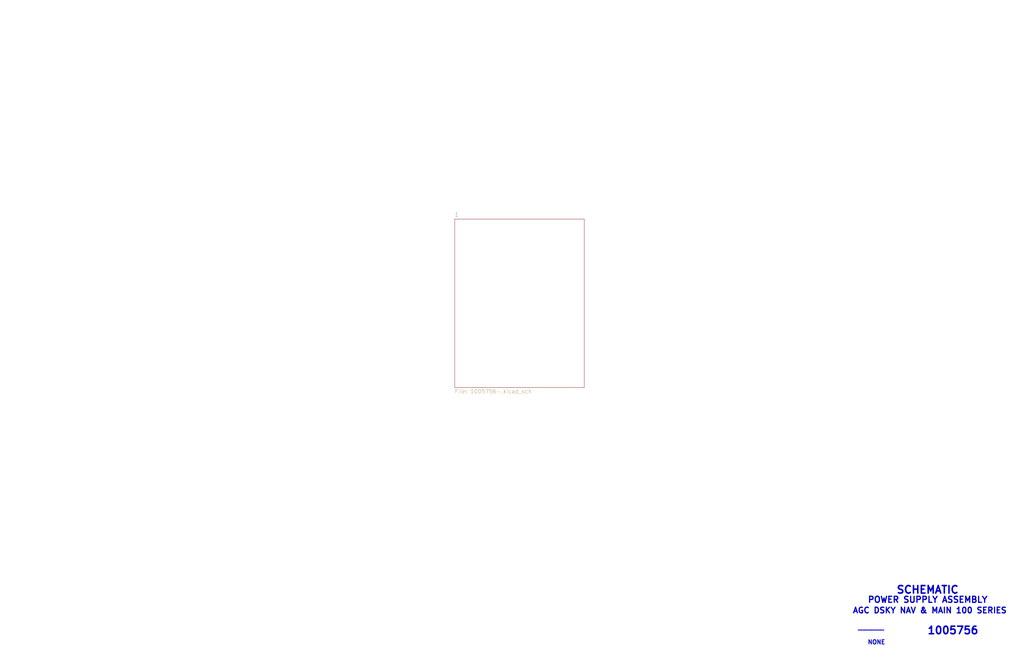
<source format=kicad_sch>
(kicad_sch (version 20211123) (generator eeschema)
  (paper "D")
  (lib_symbols)
  (text "POWER SUPPLY ASSEMBLY" (at 731.52 509.27 0) (effects (font (size 5.08 5.08) (thickness 1.016) bold) (justify left bottom)))
  (text "1005756" (at 781.685 535.94 0) (effects (font (size 6.35 6.35) (thickness 1.27) bold) (justify left bottom)))
  (text "NONE" (at 731.52 544.195 0) (effects (font (size 3.556 3.556) (thickness 0.7112) bold) (justify left bottom)))
  (text "AGC DSKY NAV & MAIN 100 SERIES" (at 718.82 518.16 0) (effects (font (size 4.826 4.826) (thickness 0.9652) bold) (justify left bottom)))
  (text "SCHEMATIC" (at 755.65 501.65 0) (effects (font (size 6.35 6.35) (thickness 1.27) bold) (justify left bottom)))
  (text "________" (at 723.265 532.13 0) (effects (font (size 3.556 3.556) (thickness 0.7112) bold) (justify left bottom)))
  (sheet (at 383.54 184.785) (size 109.22 142.24)
    (property "Sheet name" "1" (at 383.54 183.0574 0) (effects (font (size 3.302 3.302)) (justify left bottom)))
    (property "Sheet file" "1005756-.kicad_sch" (at 383.54 328.4224 0) (effects (font (size 3.302 3.302)) (justify left top)))
  )
)
</source>
